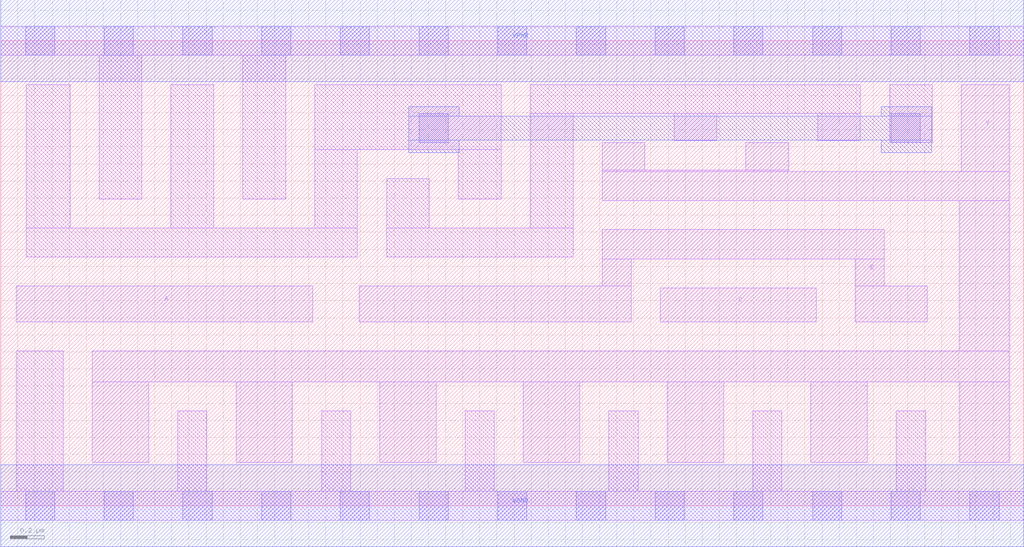
<source format=lef>
# Copyright 2020 The SkyWater PDK Authors
#
# Licensed under the Apache License, Version 2.0 (the "License");
# you may not use this file except in compliance with the License.
# You may obtain a copy of the License at
#
#     https://www.apache.org/licenses/LICENSE-2.0
#
# Unless required by applicable law or agreed to in writing, software
# distributed under the License is distributed on an "AS IS" BASIS,
# WITHOUT WARRANTIES OR CONDITIONS OF ANY KIND, either express or implied.
# See the License for the specific language governing permissions and
# limitations under the License.
#
# SPDX-License-Identifier: Apache-2.0

VERSION 5.7 ;
  NAMESCASESENSITIVE ON ;
  NOWIREEXTENSIONATPIN ON ;
  DIVIDERCHAR "/" ;
  BUSBITCHARS "[]" ;
UNITS
  DATABASE MICRONS 200 ;
END UNITS
MACRO sky130_fd_sc_hd__nor3_4
  CLASS CORE ;
  FOREIGN sky130_fd_sc_hd__nor3_4 ;
  ORIGIN  0.000000  0.000000 ;
  SIZE  5.980000 BY  2.720000 ;
  SYMMETRY X Y R90 ;
  SITE unithd ;
  PIN A
    ANTENNAGATEAREA  0.990000 ;
    DIRECTION INPUT ;
    USE SIGNAL ;
    PORT
      LAYER li1 ;
        RECT 0.090000 1.075000 1.825000 1.285000 ;
    END
  END A
  PIN B
    ANTENNAGATEAREA  0.990000 ;
    DIRECTION INPUT ;
    USE SIGNAL ;
    PORT
      LAYER li1 ;
        RECT 2.095000 1.075000 3.685000 1.285000 ;
        RECT 3.515000 1.285000 3.685000 1.445000 ;
        RECT 3.515000 1.445000 5.165000 1.615000 ;
        RECT 4.995000 1.075000 5.415000 1.285000 ;
        RECT 4.995000 1.285000 5.165000 1.445000 ;
    END
  END B
  PIN C
    ANTENNAGATEAREA  0.990000 ;
    DIRECTION INPUT ;
    USE SIGNAL ;
    PORT
      LAYER li1 ;
        RECT 3.855000 1.075000 4.765000 1.275000 ;
    END
  END C
  PIN Y
    ANTENNADIFFAREA  1.593000 ;
    DIRECTION OUTPUT ;
    USE SIGNAL ;
    PORT
      LAYER li1 ;
        RECT 0.535000 0.255000 0.865000 0.725000 ;
        RECT 0.535000 0.725000 5.895000 0.905000 ;
        RECT 1.375000 0.255000 1.705000 0.725000 ;
        RECT 2.215000 0.255000 2.545000 0.725000 ;
        RECT 3.055000 0.255000 3.385000 0.725000 ;
        RECT 3.515000 1.785000 5.895000 1.955000 ;
        RECT 3.515000 1.955000 4.605000 1.965000 ;
        RECT 3.515000 1.965000 3.765000 2.125000 ;
        RECT 3.895000 0.255000 4.225000 0.725000 ;
        RECT 4.355000 1.965000 4.605000 2.125000 ;
        RECT 4.735000 0.255000 5.065000 0.725000 ;
        RECT 5.605000 0.255000 5.895000 0.725000 ;
        RECT 5.605000 0.905000 5.895000 1.785000 ;
        RECT 5.615000 1.955000 5.895000 2.465000 ;
    END
  END Y
  PIN VGND
    DIRECTION INOUT ;
    SHAPE ABUTMENT ;
    USE GROUND ;
    PORT
      LAYER met1 ;
        RECT 0.000000 -0.240000 5.980000 0.240000 ;
    END
  END VGND
  PIN VPWR
    DIRECTION INOUT ;
    SHAPE ABUTMENT ;
    USE POWER ;
    PORT
      LAYER met1 ;
        RECT 0.000000 2.480000 5.980000 2.960000 ;
    END
  END VPWR
  OBS
    LAYER li1 ;
      RECT 0.000000 -0.085000 5.980000 0.085000 ;
      RECT 0.000000  2.635000 5.980000 2.805000 ;
      RECT 0.090000  0.085000 0.365000 0.905000 ;
      RECT 0.150000  1.455000 2.085000 1.625000 ;
      RECT 0.150000  1.625000 0.405000 2.465000 ;
      RECT 0.575000  1.795000 0.825000 2.635000 ;
      RECT 0.995000  1.625000 1.245000 2.465000 ;
      RECT 1.035000  0.085000 1.205000 0.555000 ;
      RECT 1.415000  1.795000 1.665000 2.635000 ;
      RECT 1.835000  1.625000 2.085000 2.085000 ;
      RECT 1.835000  2.085000 2.925000 2.465000 ;
      RECT 1.875000  0.085000 2.045000 0.555000 ;
      RECT 2.255000  1.455000 3.345000 1.625000 ;
      RECT 2.255000  1.625000 2.505000 1.915000 ;
      RECT 2.675000  1.795000 2.925000 2.085000 ;
      RECT 2.715000  0.085000 2.885000 0.555000 ;
      RECT 3.095000  1.625000 3.345000 2.295000 ;
      RECT 3.095000  2.295000 5.025000 2.465000 ;
      RECT 3.555000  0.085000 3.725000 0.555000 ;
      RECT 3.935000  2.135000 4.185000 2.295000 ;
      RECT 4.395000  0.085000 4.565000 0.555000 ;
      RECT 4.775000  2.135000 5.025000 2.295000 ;
      RECT 5.195000  2.125000 5.445000 2.465000 ;
      RECT 5.235000  0.085000 5.405000 0.555000 ;
    LAYER mcon ;
      RECT 0.145000 -0.085000 0.315000 0.085000 ;
      RECT 0.145000  2.635000 0.315000 2.805000 ;
      RECT 0.605000 -0.085000 0.775000 0.085000 ;
      RECT 0.605000  2.635000 0.775000 2.805000 ;
      RECT 1.065000 -0.085000 1.235000 0.085000 ;
      RECT 1.065000  2.635000 1.235000 2.805000 ;
      RECT 1.525000 -0.085000 1.695000 0.085000 ;
      RECT 1.525000  2.635000 1.695000 2.805000 ;
      RECT 1.985000 -0.085000 2.155000 0.085000 ;
      RECT 1.985000  2.635000 2.155000 2.805000 ;
      RECT 2.445000 -0.085000 2.615000 0.085000 ;
      RECT 2.445000  2.125000 2.615000 2.295000 ;
      RECT 2.445000  2.635000 2.615000 2.805000 ;
      RECT 2.905000 -0.085000 3.075000 0.085000 ;
      RECT 2.905000  2.635000 3.075000 2.805000 ;
      RECT 3.365000 -0.085000 3.535000 0.085000 ;
      RECT 3.365000  2.635000 3.535000 2.805000 ;
      RECT 3.825000 -0.085000 3.995000 0.085000 ;
      RECT 3.825000  2.635000 3.995000 2.805000 ;
      RECT 4.285000 -0.085000 4.455000 0.085000 ;
      RECT 4.285000  2.635000 4.455000 2.805000 ;
      RECT 4.745000 -0.085000 4.915000 0.085000 ;
      RECT 4.745000  2.635000 4.915000 2.805000 ;
      RECT 5.205000 -0.085000 5.375000 0.085000 ;
      RECT 5.205000  2.125000 5.375000 2.295000 ;
      RECT 5.205000  2.635000 5.375000 2.805000 ;
      RECT 5.665000 -0.085000 5.835000 0.085000 ;
      RECT 5.665000  2.635000 5.835000 2.805000 ;
    LAYER met1 ;
      RECT 2.385000 2.065000 2.680000 2.140000 ;
      RECT 2.385000 2.140000 5.440000 2.280000 ;
      RECT 2.385000 2.280000 2.680000 2.335000 ;
      RECT 5.145000 2.065000 5.440000 2.140000 ;
      RECT 5.145000 2.280000 5.440000 2.335000 ;
  END
END sky130_fd_sc_hd__nor3_4
END LIBRARY

</source>
